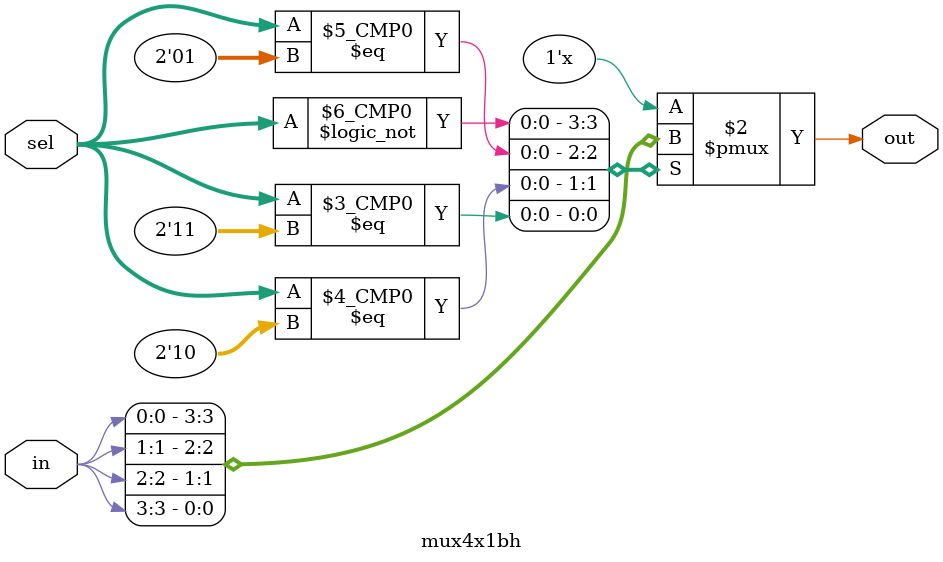
<source format=v>
`timescale 1ns / 1ps


//MUX4X1

//data flow
module mux4x1df(input [3:0]in,
			  input [1:0]sel,
			  output out);
	assign out = in[sel];
endmodule

//structural
module mux4x1str(input [3:0]in,
			  input [1:0]sel,
			  output out);
	wire [1:0]wr;
	mux2x1 m1(in[0], in[1], sel[1], wr[0]);
	mux2x1 m2(in[2], in[3], sel[0], wr[1]);
	mux2x1 m3(wr[0], wr[1], sel[0], out);
endmodule
module mux2x1(input [1:0]in,
			  input sel,
			  output out);
	wire [2:0]wr;
	not(sel,wr[0]);
	and a1(in[0], wr[0], wr[1]);
	and a2(in[1], sel, wr[2]);
	or(wr[1], wr[2], out);
endmodule

//behavioral
module mux4x1bh(
    input [3:0] in,
    input [1:0] sel,
    output reg out
);
    always @(*) begin
        case (sel)
            2'b00: out = in[0];
            2'b01: out = in[1];
            2'b10: out = in[2];
            2'b11: out = in[3];
            default: out = 0;
        endcase
    end
endmodule


</source>
